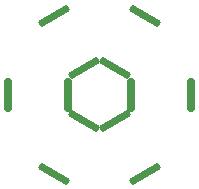
<source format=gbr>
%TF.GenerationSoftware,KiCad,Pcbnew,(6.0.1)*%
%TF.CreationDate,2022-09-09T11:21:20-04:00*%
%TF.ProjectId,SHV_Feedthrough_PulserPCB,5348565f-4665-4656-9474-68726f756768,rev?*%
%TF.SameCoordinates,Original*%
%TF.FileFunction,Paste,Top*%
%TF.FilePolarity,Positive*%
%FSLAX46Y46*%
G04 Gerber Fmt 4.6, Leading zero omitted, Abs format (unit mm)*
G04 Created by KiCad (PCBNEW (6.0.1)) date 2022-09-09 11:21:20*
%MOMM*%
%LPD*%
G01*
G04 APERTURE LIST*
G04 Aperture macros list*
%AMRoundRect*
0 Rectangle with rounded corners*
0 $1 Rounding radius*
0 $2 $3 $4 $5 $6 $7 $8 $9 X,Y pos of 4 corners*
0 Add a 4 corners polygon primitive as box body*
4,1,4,$2,$3,$4,$5,$6,$7,$8,$9,$2,$3,0*
0 Add four circle primitives for the rounded corners*
1,1,$1+$1,$2,$3*
1,1,$1+$1,$4,$5*
1,1,$1+$1,$6,$7*
1,1,$1+$1,$8,$9*
0 Add four rect primitives between the rounded corners*
20,1,$1+$1,$2,$3,$4,$5,0*
20,1,$1+$1,$4,$5,$6,$7,0*
20,1,$1+$1,$6,$7,$8,$9,0*
20,1,$1+$1,$8,$9,$2,$3,0*%
G04 Aperture macros list end*
%ADD10RoundRect,0.150000X-0.150000X-1.300000X0.150000X-1.300000X0.150000X1.300000X-0.150000X1.300000X0*%
%ADD11RoundRect,0.150000X0.150000X1.300000X-0.150000X1.300000X-0.150000X-1.300000X0.150000X-1.300000X0*%
%ADD12RoundRect,0.150000X-1.200833X-0.520096X-1.050833X-0.779904X1.200833X0.520096X1.050833X0.779904X0*%
%ADD13RoundRect,0.150000X1.200833X0.520096X1.050833X0.779904X-1.200833X-0.520096X-1.050833X-0.779904X0*%
%ADD14RoundRect,0.150000X-1.050833X0.779904X-1.200833X0.520096X1.050833X-0.779904X1.200833X-0.520096X0*%
%ADD15RoundRect,0.150000X1.050833X-0.779904X1.200833X-0.520096X-1.050833X0.779904X-1.200833X0.520096X0*%
G04 APERTURE END LIST*
D10*
%TO.C,C1*%
X156631997Y-76000000D03*
D11*
X161719997Y-76000000D03*
%TD*%
D12*
%TO.C,C6*%
X155316000Y-78279379D03*
D13*
X157860000Y-82685716D03*
%TD*%
D14*
%TO.C,C5*%
X152684000Y-78279379D03*
D15*
X150140000Y-82685716D03*
%TD*%
%TO.C,C2*%
X155315997Y-73720621D03*
D14*
X157859997Y-69314284D03*
%TD*%
D13*
%TO.C,C3*%
X152684000Y-73720621D03*
D12*
X150140000Y-69314284D03*
%TD*%
D11*
%TO.C,C4*%
X151368000Y-76000000D03*
D10*
X146280000Y-76000000D03*
%TD*%
M02*

</source>
